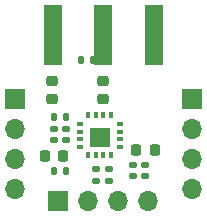
<source format=gbr>
%TF.GenerationSoftware,KiCad,Pcbnew,8.0.0*%
%TF.CreationDate,2024-08-25T13:37:12+02:00*%
%TF.ProjectId,Detector_PTFE_FR4_4_warstwy,44657465-6374-46f7-925f-505446455f46,rev?*%
%TF.SameCoordinates,Original*%
%TF.FileFunction,Soldermask,Top*%
%TF.FilePolarity,Negative*%
%FSLAX46Y46*%
G04 Gerber Fmt 4.6, Leading zero omitted, Abs format (unit mm)*
G04 Created by KiCad (PCBNEW 8.0.0) date 2024-08-25 13:37:12*
%MOMM*%
%LPD*%
G01*
G04 APERTURE LIST*
G04 Aperture macros list*
%AMRoundRect*
0 Rectangle with rounded corners*
0 $1 Rounding radius*
0 $2 $3 $4 $5 $6 $7 $8 $9 X,Y pos of 4 corners*
0 Add a 4 corners polygon primitive as box body*
4,1,4,$2,$3,$4,$5,$6,$7,$8,$9,$2,$3,0*
0 Add four circle primitives for the rounded corners*
1,1,$1+$1,$2,$3*
1,1,$1+$1,$4,$5*
1,1,$1+$1,$6,$7*
1,1,$1+$1,$8,$9*
0 Add four rect primitives between the rounded corners*
20,1,$1+$1,$2,$3,$4,$5,0*
20,1,$1+$1,$4,$5,$6,$7,0*
20,1,$1+$1,$6,$7,$8,$9,0*
20,1,$1+$1,$8,$9,$2,$3,0*%
G04 Aperture macros list end*
%ADD10C,0.100000*%
%ADD11RoundRect,0.135000X0.135000X0.185000X-0.135000X0.185000X-0.135000X-0.185000X0.135000X-0.185000X0*%
%ADD12RoundRect,0.140000X-0.140000X-0.170000X0.140000X-0.170000X0.140000X0.170000X-0.140000X0.170000X0*%
%ADD13R,1.700000X1.700000*%
%ADD14O,1.700000X1.700000*%
%ADD15RoundRect,0.225000X-0.250000X0.225000X-0.250000X-0.225000X0.250000X-0.225000X0.250000X0.225000X0*%
%ADD16R,1.500000X5.080000*%
%ADD17RoundRect,0.140000X-0.170000X0.140000X-0.170000X-0.140000X0.170000X-0.140000X0.170000X0.140000X0*%
%ADD18RoundRect,0.135000X-0.185000X0.135000X-0.185000X-0.135000X0.185000X-0.135000X0.185000X0.135000X0*%
%ADD19RoundRect,0.100000X-0.175000X-0.100000X0.175000X-0.100000X0.175000X0.100000X-0.175000X0.100000X0*%
%ADD20RoundRect,0.100000X-0.100000X-0.175000X0.100000X-0.175000X0.100000X0.175000X-0.100000X0.175000X0*%
%ADD21RoundRect,0.140000X0.170000X-0.140000X0.170000X0.140000X-0.170000X0.140000X-0.170000X-0.140000X0*%
%ADD22RoundRect,0.218750X0.218750X0.256250X-0.218750X0.256250X-0.218750X-0.256250X0.218750X-0.256250X0*%
%ADD23RoundRect,0.218750X-0.218750X-0.256250X0.218750X-0.256250X0.218750X0.256250X-0.218750X0.256250X0*%
G04 APERTURE END LIST*
D10*
X69850000Y-36576000D02*
X71501000Y-36576000D01*
X71501000Y-38100000D01*
X69850000Y-38100000D01*
X69850000Y-36576000D01*
G36*
X69850000Y-36576000D02*
G01*
X71501000Y-36576000D01*
X71501000Y-38100000D01*
X69850000Y-38100000D01*
X69850000Y-36576000D01*
G37*
D11*
%TO.C,R3*%
X70106000Y-30861000D03*
X69086000Y-30861000D03*
%TD*%
D12*
%TO.C,C5*%
X66830000Y-40235939D03*
X67790000Y-40235939D03*
%TD*%
D13*
%TO.C,REF\u002A\u002A*%
X67183000Y-42775939D03*
D14*
X69723000Y-42775939D03*
X72263000Y-42775939D03*
X74803000Y-42775939D03*
%TD*%
D15*
%TO.C,C2*%
X66675000Y-32602939D03*
X66675000Y-34152939D03*
%TD*%
D16*
%TO.C,J1*%
X70993000Y-28730500D03*
X66743000Y-28730500D03*
X75243000Y-28730500D03*
%TD*%
D17*
%TO.C,C3*%
X66802000Y-36707939D03*
X66802000Y-37667939D03*
%TD*%
D13*
%TO.C,REF\u002A\u002A*%
X63500000Y-34163000D03*
D14*
X63500000Y-36703000D03*
X63500000Y-39243000D03*
X63500000Y-41783000D03*
%TD*%
D18*
%TO.C,R5*%
X71501000Y-40106939D03*
X71501000Y-41126939D03*
%TD*%
D19*
%TO.C,U1*%
X68968000Y-36261939D03*
X68968000Y-36911939D03*
X68968000Y-37561939D03*
X68968000Y-38211939D03*
D20*
X69693000Y-38936939D03*
X70343000Y-38936939D03*
X70993000Y-38936939D03*
X71643000Y-38936939D03*
D19*
X72368000Y-38211939D03*
X72368000Y-37561939D03*
X72368000Y-36911939D03*
X72368000Y-36261939D03*
D20*
X71643000Y-35536939D03*
X70993000Y-35536939D03*
X70343000Y-35536939D03*
X69693000Y-35536939D03*
%TD*%
D21*
%TO.C,C7*%
X74549000Y-40715939D03*
X74549000Y-39755939D03*
%TD*%
%TO.C,C6*%
X73533000Y-40715939D03*
X73533000Y-39755939D03*
%TD*%
D13*
%TO.C,REF\u002A\u002A*%
X78486000Y-34163000D03*
D14*
X78486000Y-36703000D03*
X78486000Y-39243000D03*
X78486000Y-41783000D03*
%TD*%
D22*
%TO.C,L2*%
X75336500Y-38457939D03*
X73761500Y-38457939D03*
%TD*%
D11*
%TO.C,R2*%
X67820000Y-35663939D03*
X66800000Y-35663939D03*
%TD*%
D17*
%TO.C,C4*%
X67818000Y-36707939D03*
X67818000Y-37667939D03*
%TD*%
D15*
%TO.C,C1*%
X70993000Y-32602939D03*
X70993000Y-34152939D03*
%TD*%
D18*
%TO.C,R4*%
X70358000Y-40106939D03*
X70358000Y-41126939D03*
%TD*%
D23*
%TO.C,L1*%
X66014500Y-38965939D03*
X67589500Y-38965939D03*
%TD*%
M02*

</source>
